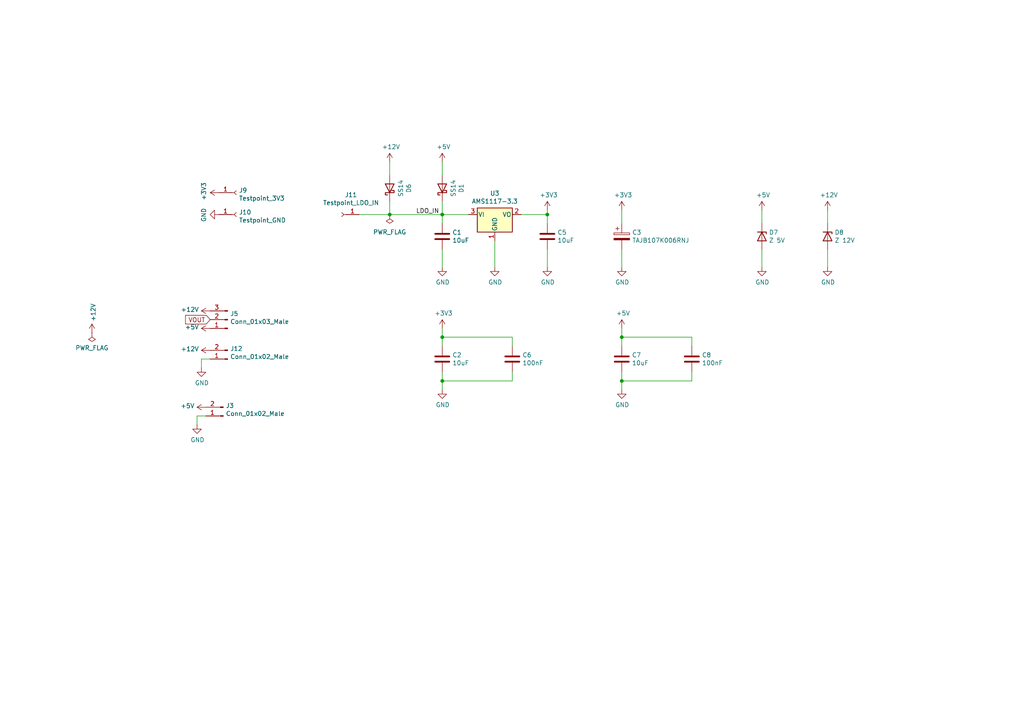
<source format=kicad_sch>
(kicad_sch (version 20211123) (generator eeschema)
  (paper "A4")
  (lib_symbols
    (symbol "Connector:Conn_01x01_Female" (pin_names (offset 1.016) hide)
      (property "Reference" "J" (at 0 2.54 0))
      (property "Value" "Conn_01x01_Female" (at 0 -2.54 0))
      (symbol "Conn_01x01_Female_1_1"
        (polyline (pts (xy -1.27 0) (xy -0.508 0)) (stroke (width 0.1524)))
        (arc (start 0 0.508) (mid -0.508 0) (end 0 -0.508) (stroke (width 0.1524)))
        (pin passive line (at -5.08 0 0) (length 3.81) (name "Pin_1") (number "1"))
      )
    )
    (symbol "Connector:Conn_01x02_Male" (pin_names (offset 1.016) hide)
      (property "Reference" "J" (at 0 2.54 0))
      (property "Value" "Conn_01x02_Male" (at 0 -5.08 0))
      (symbol "Conn_01x02_Male_1_1"
        (polyline (pts (xy 1.27 -2.54) (xy 0.8636 -2.54)) (stroke (width 0.1524)))
        (polyline (pts (xy 1.27 0) (xy 0.8636 0)) (stroke (width 0.1524)))
        (rectangle (start 0.8636 -2.413) (end 0 -2.667) (stroke (width 0.1524)) (fill (type outline)))
        (rectangle (start 0.8636 0.127) (end 0 -0.127) (stroke (width 0.1524)) (fill (type outline)))
        (pin passive line (at 5.08 0 180) (length 3.81) (name "Pin_1") (number "1"))
        (pin passive line (at 5.08 -2.54 180) (length 3.81) (name "Pin_2") (number "2"))
      )
    )
    (symbol "Connector:Conn_01x03_Male" (pin_names (offset 1.016) hide)
      (property "Reference" "J" (at 0 5.08 0))
      (property "Value" "Conn_01x03_Male" (at 0 -5.08 0))
      (symbol "Conn_01x03_Male_1_1"
        (polyline (pts (xy 1.27 -2.54) (xy 0.8636 -2.54)) (stroke (width 0.1524)))
        (polyline (pts (xy 1.27 0) (xy 0.8636 0)) (stroke (width 0.1524)))
        (polyline (pts (xy 1.27 2.54) (xy 0.8636 2.54)) (stroke (width 0.1524)))
        (rectangle (start 0.8636 -2.413) (end 0 -2.667) (stroke (width 0.1524)) (fill (type outline)))
        (rectangle (start 0.8636 0.127) (end 0 -0.127) (stroke (width 0.1524)) (fill (type outline)))
        (rectangle (start 0.8636 2.667) (end 0 2.413) (stroke (width 0.1524)) (fill (type outline)))
        (pin passive line (at 5.08 2.54 180) (length 3.81) (name "Pin_1") (number "1"))
        (pin passive line (at 5.08 0 180) (length 3.81) (name "Pin_2") (number "2"))
        (pin passive line (at 5.08 -2.54 180) (length 3.81) (name "Pin_3") (number "3"))
      )
    )
    (symbol "Device:C" (pin_numbers hide) (pin_names (offset 0.254))
      (property "Reference" "C" (at 0.635 2.54 0))
      (property "Value" "C" (at 0.635 -2.54 0))
      (symbol "C_0_1"
        (polyline (pts (xy -2.032 -0.762) (xy 2.032 -0.762)) (stroke (width 0.508)))
        (polyline (pts (xy -2.032 0.762) (xy 2.032 0.762)) (stroke (width 0.508)))
      )
      (symbol "C_1_1"
        (pin passive line (at 0 3.81 270) (length 2.794) (name "~") (number "1"))
        (pin passive line (at 0 -3.81 90) (length 2.794) (name "~") (number "2"))
      )
    )
    (symbol "Device:CP" (pin_numbers hide) (pin_names (offset 0.254))
      (property "Reference" "C" (at 0.635 2.54 0))
      (property "Value" "Device_CP" (at 0.635 -2.54 0))
      (symbol "CP_0_1"
        (rectangle (start -2.286 0.508) (end 2.286 1.016))
        (polyline (pts (xy -1.778 2.286) (xy -0.762 2.286)))
        (polyline (pts (xy -1.27 2.794) (xy -1.27 1.778)))
        (rectangle (start 2.286 -0.508) (end -2.286 -1.016) (fill (type outline)))
      )
      (symbol "CP_1_1"
        (pin passive line (at 0 3.81 270) (length 2.794) (name "~") (number "1"))
        (pin passive line (at 0 -3.81 90) (length 2.794) (name "~") (number "2"))
      )
    )
    (symbol "Device:D_Schottky" (pin_numbers hide) (pin_names (offset 1.016) hide)
      (property "Reference" "D" (at 0 2.54 0))
      (property "Value" "D_Schottky" (at 0 -2.54 0))
      (symbol "D_Schottky_0_1"
        (polyline (pts (xy 1.27 0) (xy -1.27 0)))
        (polyline (pts (xy 1.27 1.27) (xy 1.27 -1.27) (xy -1.27 0) (xy 1.27 1.27)) (stroke (width 0.254)))
        (polyline (pts (xy -1.905 0.635) (xy -1.905 1.27) (xy -1.27 1.27) (xy -1.27 -1.27) (xy -0.635 -1.27) (xy -0.635 -0.635)) (stroke (width 0.254)))
      )
      (symbol "D_Schottky_1_1"
        (pin passive line (at -3.81 0 0) (length 2.54) (name "K") (number "1"))
        (pin passive line (at 3.81 0 180) (length 2.54) (name "A") (number "2"))
      )
    )
    (symbol "Device:D_Zener" (pin_numbers hide) (pin_names (offset 1.016) hide)
      (property "Reference" "D" (at 0 2.54 0))
      (property "Value" "D_Zener" (at 0 -2.54 0))
      (symbol "D_Zener_0_1"
        (polyline (pts (xy 1.27 0) (xy -1.27 0)))
        (polyline (pts (xy -1.27 -1.27) (xy -1.27 1.27) (xy -0.762 1.27)) (stroke (width 0.254)))
        (polyline (pts (xy 1.27 -1.27) (xy 1.27 1.27) (xy -1.27 0) (xy 1.27 -1.27)) (stroke (width 0.254)))
      )
      (symbol "D_Zener_1_1"
        (pin passive line (at -3.81 0 0) (length 2.54) (name "K") (number "1"))
        (pin passive line (at 3.81 0 180) (length 2.54) (name "A") (number "2"))
      )
    )
    (symbol "Regulator_Linear:AMS1117-3.3" (pin_names (offset 0.254))
      (property "Reference" "U" (at -3.81 3.175 0))
      (property "Value" "AMS1117-3.3" (at 0 3.175 0))
      (symbol "AMS1117-3.3_0_1"
        (rectangle (start -5.08 -5.08) (end 5.08 1.905) (stroke (width 0.254)) (fill (type background)))
      )
      (symbol "AMS1117-3.3_1_1"
        (pin power_in line (at 0 -7.62 90) (length 2.54) (name "GND") (number "1"))
        (pin power_out line (at 7.62 0 180) (length 2.54) (name "VO") (number "2"))
        (pin power_in line (at -7.62 0 0) (length 2.54) (name "VI") (number "3"))
      )
    )
    (symbol "power:+12V" (power) (pin_names (offset 0))
      (property "Value" "+12V" (at 0 3.556 0))
      (symbol "+12V_0_1"
        (polyline (pts (xy -0.762 1.27) (xy 0 2.54)))
        (polyline (pts (xy 0 0) (xy 0 2.54)))
        (polyline (pts (xy 0 2.54) (xy 0.762 1.27)))
      )
      (symbol "+12V_1_1"
        (pin power_in line (at 0 0 90) (length 0) hide (name "+12V") (number "1"))
      )
    )
    (symbol "power:+3.3V" (power) (pin_names (offset 0))
      (property "Value" "+3.3V" (at 0 3.556 0))
      (symbol "+3.3V_0_1"
        (polyline (pts (xy -0.762 1.27) (xy 0 2.54)))
        (polyline (pts (xy 0 0) (xy 0 2.54)))
        (polyline (pts (xy 0 2.54) (xy 0.762 1.27)))
      )
      (symbol "+3.3V_1_1"
        (pin power_in line (at 0 0 90) (length 0) hide (name "+3V3") (number "1"))
      )
    )
    (symbol "power:+5V" (power) (pin_names (offset 0))
      (property "Value" "+5V" (at 0 3.556 0))
      (symbol "+5V_0_1"
        (polyline (pts (xy -0.762 1.27) (xy 0 2.54)))
        (polyline (pts (xy 0 0) (xy 0 2.54)))
        (polyline (pts (xy 0 2.54) (xy 0.762 1.27)))
      )
      (symbol "+5V_1_1"
        (pin power_in line (at 0 0 90) (length 0) hide (name "+5V") (number "1"))
      )
    )
    (symbol "power:GND" (power) (pin_names (offset 0))
      (property "Value" "GND" (at 0 -3.81 0))
      (symbol "GND_0_1"
        (polyline (pts (xy 0 0) (xy 0 -1.27) (xy 1.27 -1.27) (xy 0 -2.54) (xy -1.27 -1.27) (xy 0 -1.27)))
      )
      (symbol "GND_1_1"
        (pin power_in line (at 0 0 270) (length 0) hide (name "GND") (number "1"))
      )
    )
    (symbol "power:PWR_FLAG" (power) (pin_numbers hide) (pin_names (offset 0) hide)
      (property "Value" "PWR_FLAG" (at 0 3.81 0))
      (symbol "PWR_FLAG_0_0"
        (pin power_out line (at 0 0 90) (length 0) (name "pwr") (number "1"))
      )
      (symbol "PWR_FLAG_0_1"
        (polyline (pts (xy 0 0) (xy 0 1.27) (xy -1.016 1.905) (xy 0 2.54) (xy 1.016 1.905) (xy 0 1.27)))
      )
    )
  )
  (junction (at 180.34 97.79))
  (junction (at 128.27 110.49))
  (junction (at 113.03 62.23))
  (junction (at 128.27 62.23))
  (junction (at 158.75 62.23))
  (junction (at 128.27 97.79))
  (junction (at 180.34 110.49))
  (wire (pts (xy 180.34 97.79) (xy 180.34 95.25)))
  (wire (pts (xy 128.27 110.49) (xy 128.27 107.95)))
  (wire (pts (xy 158.75 60.96) (xy 158.75 62.23)))
  (wire (pts (xy 200.66 97.79) (xy 180.34 97.79)))
  (wire (pts (xy 148.59 100.33) (xy 148.59 97.79)))
  (wire (pts (xy 143.51 69.85) (xy 143.51 77.47)))
  (wire (pts (xy 220.98 72.39) (xy 220.98 77.47)))
  (wire (pts (xy 60.96 104.14) (xy 58.42 104.14)))
  (wire (pts (xy 128.27 62.23) (xy 128.27 64.77)))
  (wire (pts (xy 128.27 58.42) (xy 128.27 62.23)))
  (wire (pts (xy 113.03 46.99) (xy 113.03 50.8)))
  (wire (pts (xy 128.27 113.03) (xy 128.27 110.49)))
  (wire (pts (xy 200.66 110.49) (xy 180.34 110.49)))
  (wire (pts (xy 148.59 107.95) (xy 148.59 110.49)))
  (wire (pts (xy 240.03 60.96) (xy 240.03 64.77)))
  (wire (pts (xy 128.27 97.79) (xy 128.27 95.25)))
  (wire (pts (xy 148.59 97.79) (xy 128.27 97.79)))
  (wire (pts (xy 220.98 60.96) (xy 220.98 64.77)))
  (wire (pts (xy 135.89 62.23) (xy 128.27 62.23)))
  (wire (pts (xy 59.69 120.65) (xy 57.15 120.65)))
  (wire (pts (xy 113.03 62.23) (xy 128.27 62.23)))
  (wire (pts (xy 158.75 62.23) (xy 158.75 64.77)))
  (wire (pts (xy 200.66 100.33) (xy 200.66 97.79)))
  (wire (pts (xy 180.34 77.47) (xy 180.34 72.39)))
  (wire (pts (xy 128.27 100.33) (xy 128.27 97.79)))
  (wire (pts (xy 148.59 110.49) (xy 128.27 110.49)))
  (wire (pts (xy 113.03 58.42) (xy 113.03 62.23)))
  (wire (pts (xy 240.03 72.39) (xy 240.03 77.47)))
  (wire (pts (xy 158.75 72.39) (xy 158.75 77.47)))
  (wire (pts (xy 57.15 120.65) (xy 57.15 123.19)))
  (wire (pts (xy 180.34 64.77) (xy 180.34 60.96)))
  (wire (pts (xy 128.27 46.99) (xy 128.27 50.8)))
  (wire (pts (xy 128.27 72.39) (xy 128.27 77.47)))
  (wire (pts (xy 180.34 110.49) (xy 180.34 107.95)))
  (wire (pts (xy 180.34 100.33) (xy 180.34 97.79)))
  (wire (pts (xy 151.13 62.23) (xy 158.75 62.23)))
  (wire (pts (xy 58.42 104.14) (xy 58.42 106.68)))
  (wire (pts (xy 180.34 113.03) (xy 180.34 110.49)))
  (wire (pts (xy 200.66 107.95) (xy 200.66 110.49)))
  (wire (pts (xy 104.14 62.23) (xy 113.03 62.23)))
  (label "LDO_IN" (at 120.65 62.23 0))
  (global_label "VOUT" (shape input) (at 60.96 92.71 180) (property "Referenzen zwischen Schaltplänen" "${INTERSHEET_REFS}" (effects hide)))
  (symbol (lib_id "Regulator_Linear:AMS1117-3.3") (at 143.51 62.23 0) (unit 1)
    (property "Reference" "U3" (at 143.51 56.0832 0))
    (property "Value" "AMS1117-3.3" (at 143.51 58.3946 0))
    (property "Footprint" "Package_TO_SOT_SMD:SOT-223-3_TabPin2" (effects hide))
    (property "Datasheet" "http://www.advanced-monolithic.com/pdf/ds1117.pdf" (effects hide))
    (property "LCSC" "C6186" (effects hide))
  )
  (symbol (lib_id "power:GND") (at 158.75 77.47 0) (unit 1)
    (property "Reference" "#PWR0138" (effects hide))
    (property "Value" "GND" (at 158.877 81.8642 0))
  )
  (symbol (lib_id "power:GND") (at 143.51 77.47 0) (unit 1)
    (property "Reference" "#PWR0142" (effects hide))
    (property "Value" "GND" (at 143.637 81.8642 0))
  )
  (symbol (lib_id "power:GND") (at 128.27 77.47 0) (unit 1)
    (property "Reference" "#PWR0141" (effects hide))
    (property "Value" "GND" (at 128.397 81.8642 0))
  )
  (symbol (lib_id "power:+3.3V") (at 158.75 60.96 0) (unit 1)
    (property "Reference" "#PWR0129" (effects hide))
    (property "Value" "+3.3V" (at 159.131 56.5658 0))
  )
  (symbol (lib_id "Device:D_Schottky") (at 128.27 54.61 90) (unit 1)
    (property "Reference" "D1" (at 133.7818 54.61 0))
    (property "Value" "SS14" (at 131.4704 54.61 0))
    (property "Footprint" "Diode_SMD:D_SMA" (effects hide))
    (property "LCSC" "C2480" (effects hide))
  )
  (symbol (lib_id "Device:C") (at 128.27 68.58 0) (unit 1)
    (property "Reference" "C1" (at 131.191 67.4116 0) (effects (justify left)))
    (property "Value" "10uF" (at 131.191 69.723 0) (effects (justify left)))
    (property "Footprint" "Capacitor_SMD:C_0805_2012Metric" (effects hide))
    (property "LCSC" "C15850" (effects hide))
  )
  (symbol (lib_id "power:+3.3V") (at 180.34 60.96 0) (unit 1)
    (property "Reference" "#PWR0130" (effects hide))
    (property "Value" "+3.3V" (at 180.721 56.5658 0))
  )
  (symbol (lib_id "power:GND") (at 180.34 77.47 0) (unit 1)
    (property "Reference" "#PWR0131" (effects hide))
    (property "Value" "GND" (at 180.467 81.8642 0))
  )
  (symbol (lib_id "Device:CP") (at 180.34 68.58 0) (unit 1)
    (property "Reference" "C3" (at 183.3372 67.4116 0) (effects (justify left)))
    (property "Value" "TAJB107K006RNJ" (at 183.3372 69.723 0) (effects (justify left)))
    (property "Footprint" "Capacitor_Tantalum_SMD:CP_EIA-3528-21_Kemet-B" (effects hide))
    (property "LCSC" "C16133" (effects hide))
  )
  (symbol (lib_id "Device:C") (at 148.59 104.14 0) (unit 1)
    (property "Reference" "C6" (at 151.511 102.9716 0) (effects (justify left)))
    (property "Value" "100nF" (at 151.511 105.283 0) (effects (justify left)))
    (property "Footprint" "Capacitor_SMD:C_0603_1608Metric" (effects hide))
    (property "LCSC" "C14663" (effects hide))
  )
  (symbol (lib_id "power:+3.3V") (at 128.27 95.25 0) (unit 1)
    (property "Reference" "#PWR0143" (effects hide))
    (property "Value" "+3.3V" (at 128.651 90.8558 0))
  )
  (symbol (lib_id "power:GND") (at 128.27 113.03 0) (unit 1)
    (property "Reference" "#PWR0144" (effects hide))
    (property "Value" "GND" (at 128.397 117.4242 0))
  )
  (symbol (lib_id "Device:C") (at 200.66 104.14 0) (unit 1)
    (property "Reference" "C8" (at 203.581 102.9716 0) (effects (justify left)))
    (property "Value" "100nF" (at 203.581 105.283 0) (effects (justify left)))
    (property "Footprint" "Capacitor_SMD:C_0603_1608Metric" (effects hide))
    (property "LCSC" "C14663" (effects hide))
  )
  (symbol (lib_id "power:GND") (at 180.34 113.03 0) (unit 1)
    (property "Reference" "#PWR0133" (effects hide))
    (property "Value" "GND" (at 180.467 117.4242 0))
  )
  (symbol (lib_id "Device:D_Schottky") (at 113.03 54.61 90) (unit 1)
    (property "Reference" "D6" (at 118.5418 54.61 0))
    (property "Value" "SS14" (at 116.2304 54.61 0))
    (property "Footprint" "Diode_SMD:D_SMA" (effects hide))
    (property "LCSC" "C2480" (effects hide))
  )
  (symbol (lib_id "power:+12V") (at 113.03 46.99 0) (unit 1)
    (property "Reference" "#PWR0139" (effects hide))
    (property "Value" "+12V" (at 113.411 42.5958 0))
  )
  (symbol (lib_id "power:+5V") (at 128.27 46.99 0) (unit 1)
    (property "Reference" "#PWR0140" (effects hide))
    (property "Value" "+5V" (at 128.651 42.5958 0))
  )
  (symbol (lib_id "power:+5V") (at 180.34 95.25 0) (unit 1)
    (property "Reference" "#PWR0132" (effects hide))
    (property "Value" "+5V" (at 180.721 90.8558 0))
  )
  (symbol (lib_id "Device:D_Zener") (at 220.98 68.58 270) (unit 1)
    (property "Reference" "D7" (at 223.012 67.4116 90) (effects (justify left)))
    (property "Value" "Z 5V" (at 223.012 69.723 90) (effects (justify left)))
    (property "Footprint" "Diode_SMD:D_MiniMELF" (effects hide))
    (property "LCSC" "-" (effects hide))
  )
  (symbol (lib_id "Device:D_Zener") (at 240.03 68.58 270) (unit 1)
    (property "Reference" "D8" (at 242.062 67.4116 90) (effects (justify left)))
    (property "Value" "Z 12V" (at 242.062 69.723 90) (effects (justify left)))
    (property "Footprint" "Diode_SMD:D_MiniMELF" (effects hide))
    (property "LCSC" "-" (effects hide))
  )
  (symbol (lib_id "power:+5V") (at 220.98 60.96 0) (unit 1)
    (property "Reference" "#PWR0136" (effects hide))
    (property "Value" "+5V" (at 221.361 56.5658 0))
  )
  (symbol (lib_id "power:+12V") (at 240.03 60.96 0) (unit 1)
    (property "Reference" "#PWR0134" (effects hide))
    (property "Value" "+12V" (at 240.411 56.5658 0))
  )
  (symbol (lib_id "power:GND") (at 220.98 77.47 0) (unit 1)
    (property "Reference" "#PWR0135" (effects hide))
    (property "Value" "GND" (at 221.107 81.8642 0))
  )
  (symbol (lib_id "power:GND") (at 240.03 77.47 0) (unit 1)
    (property "Reference" "#PWR0137" (effects hide))
    (property "Value" "GND" (at 240.157 81.8642 0))
  )
  (symbol (lib_id "power:GND") (at 58.42 106.68 0) (unit 1)
    (property "Reference" "#PWR0146" (effects hide))
    (property "Value" "GND" (at 58.547 111.0742 0))
  )
  (symbol (lib_id "Connector:Conn_01x03_Male") (at 66.04 92.71 180) (unit 1)
    (property "Reference" "J5" (at 66.7512 90.9828 0) (effects (justify right)))
    (property "Value" "Conn_01x03_Male" (at 66.7512 93.2942 0) (effects (justify right)))
    (property "Footprint" "Connector_PinHeader_2.54mm:PinHeader_1x03_P2.54mm_Horizontal" (effects hide))
    (property "LCSC" "-" (effects hide))
  )
  (symbol (lib_id "Connector:Conn_01x02_Male") (at 66.04 104.14 180) (unit 1)
    (property "Reference" "J12" (at 66.7512 101.1428 0) (effects (justify right)))
    (property "Value" "Conn_01x02_Male" (at 66.7512 103.4542 0) (effects (justify right)))
    (property "Footprint" "TerminalBlock:TerminalBlock_bornier-2_P5.08mm" (effects hide))
    (property "LCSC" "-" (effects hide))
  )
  (symbol (lib_id "power:+12V") (at 60.96 101.6 90) (unit 1)
    (property "Reference" "#PWR0151" (effects hide))
    (property "Value" "+12V" (at 57.7088 101.219 90) (effects (justify left)))
  )
  (symbol (lib_id "power:+12V") (at 60.96 90.17 90) (unit 1)
    (property "Reference" "#PWR0153" (effects hide))
    (property "Value" "+12V" (at 57.7088 89.789 90) (effects (justify left)))
  )
  (symbol (lib_id "power:+5V") (at 60.96 95.25 90) (unit 1)
    (property "Reference" "#PWR0152" (effects hide))
    (property "Value" "+5V" (at 57.7088 94.869 90) (effects (justify left)))
  )
  (symbol (lib_id "power:GND") (at 57.15 123.19 0) (unit 1)
    (property "Reference" "#PWR0145" (effects hide))
    (property "Value" "GND" (at 57.277 127.5842 0))
  )
  (symbol (lib_id "Connector:Conn_01x02_Male") (at 64.77 120.65 180) (unit 1)
    (property "Reference" "J3" (at 65.4812 117.6528 0) (effects (justify right)))
    (property "Value" "Conn_01x02_Male" (at 65.4812 119.9642 0) (effects (justify right)))
    (property "Footprint" "TerminalBlock:TerminalBlock_bornier-2_P5.08mm" (effects hide))
    (property "LCSC" "-" (effects hide))
  )
  (symbol (lib_id "power:+5V") (at 59.69 118.11 90) (unit 1)
    (property "Reference" "#PWR0147" (effects hide))
    (property "Value" "+5V" (at 56.4388 117.729 90) (effects (justify left)))
  )
  (symbol (lib_id "Connector:Conn_01x01_Female") (at 68.58 55.88 0) (unit 1)
    (property "Reference" "J9" (at 69.2912 55.2196 0) (effects (justify left)))
    (property "Value" "Testpoint_3V3" (at 69.2912 57.531 0) (effects (justify left)))
    (property "Footprint" "TestPoint:TestPoint_Pad_D2.0mm" (effects hide))
    (property "LCSC" "-" (effects hide))
  )
  (symbol (lib_id "power:+3.3V") (at 63.5 55.88 90) (unit 1)
    (property "Reference" "#PWR0148" (effects hide))
    (property "Value" "+3.3V" (at 59.1058 55.499 0))
  )
  (symbol (lib_id "Connector:Conn_01x01_Female") (at 68.58 62.23 0) (unit 1)
    (property "Reference" "J10" (at 69.2912 61.5696 0) (effects (justify left)))
    (property "Value" "Testpoint_GND" (at 69.2912 63.881 0) (effects (justify left)))
    (property "Footprint" "TestPoint:TestPoint_Pad_D2.0mm" (effects hide))
    (property "LCSC" "-" (effects hide))
  )
  (symbol (lib_id "power:GND") (at 63.5 62.23 270) (unit 1)
    (property "Reference" "#PWR0149" (effects hide))
    (property "Value" "GND" (at 59.1058 62.357 0))
  )
  (symbol (lib_id "Connector:Conn_01x01_Female") (at 99.06 62.23 180) (unit 1)
    (property "Reference" "J11" (at 101.8032 56.515 0))
    (property "Value" "Testpoint_LDO_IN" (at 101.8032 58.8264 0))
    (property "Footprint" "TestPoint:TestPoint_Pad_D2.0mm" (effects hide))
    (property "LCSC" "-" (effects hide))
  )
  (symbol (lib_id "Device:C") (at 158.75 68.58 0) (unit 1)
    (property "Reference" "C5" (at 161.671 67.4116 0) (effects (justify left)))
    (property "Value" "10uF" (at 161.671 69.723 0) (effects (justify left)))
    (property "Footprint" "Capacitor_SMD:C_0805_2012Metric" (effects hide))
    (property "LCSC" "C15850" (effects hide))
  )
  (symbol (lib_id "Device:C") (at 128.27 104.14 0) (unit 1)
    (property "Reference" "C2" (at 131.191 102.9716 0) (effects (justify left)))
    (property "Value" "10uF" (at 131.191 105.283 0) (effects (justify left)))
    (property "Footprint" "Capacitor_SMD:C_0805_2012Metric" (effects hide))
    (property "LCSC" "C15850" (effects hide))
  )
  (symbol (lib_id "Device:C") (at 180.34 104.14 0) (unit 1)
    (property "Reference" "C7" (at 183.261 102.9716 0) (effects (justify left)))
    (property "Value" "10uF" (at 183.261 105.283 0) (effects (justify left)))
    (property "Footprint" "Capacitor_SMD:C_0805_2012Metric" (effects hide))
    (property "LCSC" "C15850" (effects hide))
  )
  (symbol (lib_id "power:PWR_FLAG") (at 26.67 96.52 180) (unit 1)
    (property "Reference" "#FLG0102" (effects hide))
    (property "Value" "PWR_FLAG" (at 26.67 100.9142 0))
  )
  (symbol (lib_id "power:+12V") (at 26.67 96.52 0) (unit 1)
    (property "Reference" "#PWR0150" (effects hide))
    (property "Value" "+12V" (at 27.051 93.2688 90) (effects (justify left)))
  )
  (symbol (lib_id "power:PWR_FLAG") (at 113.03 62.23 180) (unit 1)
    (property "Reference" "#FLG0101" (effects hide))
    (property "Value" "PWR_FLAG" (at 113.03 67.31 0))
  )
)
</source>
